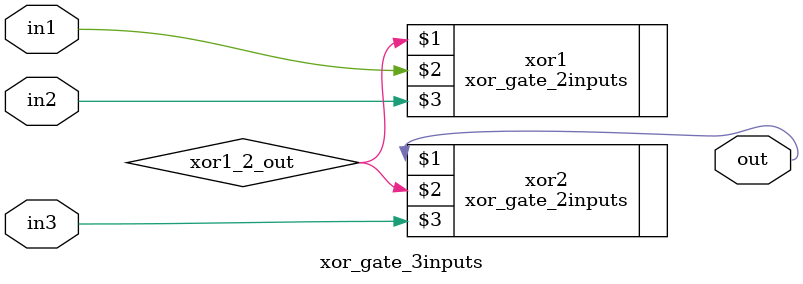
<source format=v>
module xor_gate_3inputs(out,in1,in2,in3);
output out;
input in1,in2,in3;
wire xor1_2_out;
xor_gate_2inputs xor1(xor1_2_out,in1,in2);
xor_gate_2inputs xor2(out,xor1_2_out,in3);
endmodule
//14
</source>
